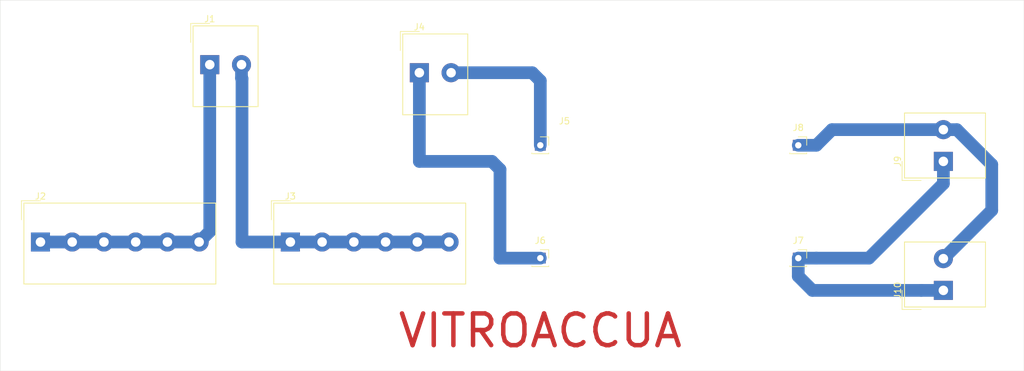
<source format=kicad_pcb>
(kicad_pcb (version 20171130) (host pcbnew "(5.1.5)-1")

  (general
    (thickness 1.6)
    (drawings 5)
    (tracks 39)
    (zones 0)
    (modules 10)
    (nets 7)
  )

  (page A4)
  (layers
    (0 F.Cu signal)
    (31 B.Cu signal)
    (32 B.Adhes user)
    (33 F.Adhes user)
    (34 B.Paste user)
    (35 F.Paste user)
    (36 B.SilkS user)
    (37 F.SilkS user)
    (38 B.Mask user)
    (39 F.Mask user)
    (40 Dwgs.User user)
    (41 Cmts.User user)
    (42 Eco1.User user)
    (43 Eco2.User user)
    (44 Edge.Cuts user)
    (45 Margin user)
    (46 B.CrtYd user)
    (47 F.CrtYd user)
    (48 B.Fab user)
    (49 F.Fab user)
  )

  (setup
    (last_trace_width 2)
    (user_trace_width 2)
    (user_trace_width 3)
    (user_trace_width 5)
    (trace_clearance 0.2)
    (zone_clearance 0.508)
    (zone_45_only no)
    (trace_min 0.2)
    (via_size 0.8)
    (via_drill 0.4)
    (via_min_size 0.4)
    (via_min_drill 0.3)
    (uvia_size 0.3)
    (uvia_drill 0.1)
    (uvias_allowed no)
    (uvia_min_size 0.2)
    (uvia_min_drill 0.1)
    (edge_width 0.05)
    (segment_width 0.2)
    (pcb_text_width 0.3)
    (pcb_text_size 1.5 1.5)
    (mod_edge_width 0.12)
    (mod_text_size 1 1)
    (mod_text_width 0.15)
    (pad_size 1.524 1.524)
    (pad_drill 0.762)
    (pad_to_mask_clearance 0.051)
    (solder_mask_min_width 0.25)
    (aux_axis_origin 0 0)
    (visible_elements 7FFFFFFF)
    (pcbplotparams
      (layerselection 0x3ffff_ffffffff)
      (usegerberextensions false)
      (usegerberattributes false)
      (usegerberadvancedattributes false)
      (creategerberjobfile false)
      (excludeedgelayer true)
      (linewidth 0.100000)
      (plotframeref false)
      (viasonmask false)
      (mode 1)
      (useauxorigin false)
      (hpglpennumber 1)
      (hpglpenspeed 20)
      (hpglpendiameter 15.000000)
      (psnegative false)
      (psa4output false)
      (plotreference true)
      (plotvalue true)
      (plotinvisibletext false)
      (padsonsilk false)
      (subtractmaskfromsilk false)
      (outputformat 1)
      (mirror false)
      (drillshape 0)
      (scaleselection 1)
      (outputdirectory "../ArchivosGerber_ConexionesPotencia/"))
  )

  (net 0 "")
  (net 1 "Net-(J1-Pad1)")
  (net 2 "Net-(J1-Pad2)")
  (net 3 "Net-(J4-Pad1)")
  (net 4 "Net-(J4-Pad2)")
  (net 5 "Net-(J10-Pad1)")
  (net 6 "Net-(J10-Pad2)")

  (net_class Default "Esta es la clase de red por defecto."
    (clearance 0.2)
    (trace_width 0.25)
    (via_dia 0.8)
    (via_drill 0.4)
    (uvia_dia 0.3)
    (uvia_drill 0.1)
    (add_net "Net-(J1-Pad1)")
    (add_net "Net-(J1-Pad2)")
    (add_net "Net-(J10-Pad1)")
    (add_net "Net-(J10-Pad2)")
    (add_net "Net-(J4-Pad1)")
    (add_net "Net-(J4-Pad2)")
  )

  (module TerminalBlock_Altech:Altech_AK300_1x02_P5.00mm_45-Degree (layer F.Cu) (tedit 5C27907F) (tstamp 5D5CAA0A)
    (at 88.9 73.66)
    (descr "Altech AK300 serie terminal block (Script generated with StandardBox.py) (http://www.altechcorp.com/PDFS/PCBMETRC.PDF)")
    (tags "Altech AK300 serie connector")
    (path /5D5C9675)
    (fp_text reference J1 (at 0 -7.2) (layer F.SilkS)
      (effects (font (size 1 1) (thickness 0.15)))
    )
    (fp_text value "Entrada 12 Voltios" (at 2.5 7.5) (layer F.Fab)
      (effects (font (size 1 1) (thickness 0.15)))
    )
    (fp_line (start -2 -6) (end 7.5 -6) (layer F.Fab) (width 0.1))
    (fp_line (start 7.5 -6) (end 7.5 6.5) (layer F.Fab) (width 0.1))
    (fp_line (start 7.5 6.5) (end -2.5 6.5) (layer F.Fab) (width 0.1))
    (fp_line (start -2.5 6.5) (end -2.5 -5.5) (layer F.Fab) (width 0.1))
    (fp_line (start -2.5 -5.5) (end -2 -6) (layer F.Fab) (width 0.1))
    (fp_line (start -3 -3.5) (end -3 -6.5) (layer F.SilkS) (width 0.12))
    (fp_line (start -3 -6.5) (end 0 -6.5) (layer F.SilkS) (width 0.12))
    (fp_line (start -2.62 -6.12) (end 7.62 -6.12) (layer F.SilkS) (width 0.12))
    (fp_line (start 7.62 -6.12) (end 7.62 6.62) (layer F.SilkS) (width 0.12))
    (fp_line (start -2.62 6.62) (end 7.62 6.62) (layer F.SilkS) (width 0.12))
    (fp_line (start -2.62 -6.12) (end -2.62 6.62) (layer F.SilkS) (width 0.12))
    (fp_line (start -2.62 -6.12) (end 7.62 -6.12) (layer F.SilkS) (width 0.12))
    (fp_line (start 7.62 -6.12) (end 7.62 6.62) (layer F.SilkS) (width 0.12))
    (fp_line (start -2.62 6.62) (end 7.62 6.62) (layer F.SilkS) (width 0.12))
    (fp_line (start -2.62 -6.12) (end -2.62 6.62) (layer F.SilkS) (width 0.12))
    (fp_line (start -2.75 -6.25) (end 7.75 -6.25) (layer F.CrtYd) (width 0.05))
    (fp_line (start 7.75 -6.25) (end 7.75 6.75) (layer F.CrtYd) (width 0.05))
    (fp_line (start -2.75 6.75) (end 7.75 6.75) (layer F.CrtYd) (width 0.05))
    (fp_line (start -2.75 -6.25) (end -2.75 6.75) (layer F.CrtYd) (width 0.05))
    (fp_text user %R (at 2.5 0.25) (layer F.Fab)
      (effects (font (size 1 1) (thickness 0.15)))
    )
    (pad 1 thru_hole rect (at 0 0) (size 3 3) (drill 1.5) (layers *.Cu *.Mask)
      (net 1 "Net-(J1-Pad1)"))
    (pad 2 thru_hole circle (at 5 0) (size 3 3) (drill 1.5) (layers *.Cu *.Mask)
      (net 2 "Net-(J1-Pad2)"))
    (model ${KISYS3DMOD}/TerminalBlock_Altech.3dshapes/Altech_AK300_1x02_P5.00mm_45-Degree.wrl
      (at (xyz 0 0 0))
      (scale (xyz 1 1 1))
      (rotate (xyz 0 0 0))
    )
  )

  (module TerminalBlock_Altech:Altech_AK300_1x06_P5.00mm_45-Degree (layer F.Cu) (tedit 5C27907F) (tstamp 5D5CAA28)
    (at 62.23 101.6)
    (descr "Altech AK300 serie terminal block (Script generated with StandardBox.py) (http://www.altechcorp.com/PDFS/PCBMETRC.PDF)")
    (tags "Altech AK300 serie connector")
    (path /5D5C4727)
    (fp_text reference J2 (at 0 -7.2) (layer F.SilkS)
      (effects (font (size 1 1) (thickness 0.15)))
    )
    (fp_text value "+12 Voltios" (at 12.5 7.5) (layer F.Fab)
      (effects (font (size 1 1) (thickness 0.15)))
    )
    (fp_line (start -2 -6) (end 27.5 -6) (layer F.Fab) (width 0.1))
    (fp_line (start 27.5 -6) (end 27.5 6.5) (layer F.Fab) (width 0.1))
    (fp_line (start 27.5 6.5) (end -2.5 6.5) (layer F.Fab) (width 0.1))
    (fp_line (start -2.5 6.5) (end -2.5 -5.5) (layer F.Fab) (width 0.1))
    (fp_line (start -2.5 -5.5) (end -2 -6) (layer F.Fab) (width 0.1))
    (fp_line (start -3 -3.5) (end -3 -6.5) (layer F.SilkS) (width 0.12))
    (fp_line (start -3 -6.5) (end 0 -6.5) (layer F.SilkS) (width 0.12))
    (fp_line (start -2.62 -6.12) (end 27.62 -6.12) (layer F.SilkS) (width 0.12))
    (fp_line (start 27.62 -6.12) (end 27.62 6.62) (layer F.SilkS) (width 0.12))
    (fp_line (start -2.62 6.62) (end 27.62 6.62) (layer F.SilkS) (width 0.12))
    (fp_line (start -2.62 -6.12) (end -2.62 6.62) (layer F.SilkS) (width 0.12))
    (fp_line (start -2.62 -6.12) (end 27.62 -6.12) (layer F.SilkS) (width 0.12))
    (fp_line (start 27.62 -6.12) (end 27.62 6.62) (layer F.SilkS) (width 0.12))
    (fp_line (start -2.62 6.62) (end 27.62 6.62) (layer F.SilkS) (width 0.12))
    (fp_line (start -2.62 -6.12) (end -2.62 6.62) (layer F.SilkS) (width 0.12))
    (fp_line (start -2.75 -6.25) (end 27.75 -6.25) (layer F.CrtYd) (width 0.05))
    (fp_line (start 27.75 -6.25) (end 27.75 6.75) (layer F.CrtYd) (width 0.05))
    (fp_line (start -2.75 6.75) (end 27.75 6.75) (layer F.CrtYd) (width 0.05))
    (fp_line (start -2.75 -6.25) (end -2.75 6.75) (layer F.CrtYd) (width 0.05))
    (fp_text user %R (at 12.5 0.25) (layer F.Fab)
      (effects (font (size 1 1) (thickness 0.15)))
    )
    (pad 1 thru_hole rect (at 0 0) (size 3 3) (drill 1.5) (layers *.Cu *.Mask)
      (net 1 "Net-(J1-Pad1)"))
    (pad 2 thru_hole circle (at 5 0) (size 3 3) (drill 1.5) (layers *.Cu *.Mask)
      (net 1 "Net-(J1-Pad1)"))
    (pad 3 thru_hole circle (at 10 0) (size 3 3) (drill 1.5) (layers *.Cu *.Mask)
      (net 1 "Net-(J1-Pad1)"))
    (pad 4 thru_hole circle (at 15 0) (size 3 3) (drill 1.5) (layers *.Cu *.Mask)
      (net 1 "Net-(J1-Pad1)"))
    (pad 5 thru_hole circle (at 20 0) (size 3 3) (drill 1.5) (layers *.Cu *.Mask)
      (net 1 "Net-(J1-Pad1)"))
    (pad 6 thru_hole circle (at 25 0) (size 3 3) (drill 1.5) (layers *.Cu *.Mask)
      (net 1 "Net-(J1-Pad1)"))
    (model ${KISYS3DMOD}/TerminalBlock_Altech.3dshapes/Altech_AK300_1x06_P5.00mm_45-Degree.wrl
      (at (xyz 0 0 0))
      (scale (xyz 1 1 1))
      (rotate (xyz 0 0 0))
    )
  )

  (module TerminalBlock_Altech:Altech_AK300_1x06_P5.00mm_45-Degree (layer F.Cu) (tedit 5C27907F) (tstamp 5D5CAA46)
    (at 101.6 101.6)
    (descr "Altech AK300 serie terminal block (Script generated with StandardBox.py) (http://www.altechcorp.com/PDFS/PCBMETRC.PDF)")
    (tags "Altech AK300 serie connector")
    (path /5D5C9F72)
    (fp_text reference J3 (at 0 -7.2) (layer F.SilkS)
      (effects (font (size 1 1) (thickness 0.15)))
    )
    (fp_text value "GND Tierra de los 12 Voltios" (at 12.5 7.5) (layer F.Fab)
      (effects (font (size 1 1) (thickness 0.15)))
    )
    (fp_text user %R (at 12.5 0.25) (layer F.Fab)
      (effects (font (size 1 1) (thickness 0.15)))
    )
    (fp_line (start -2.75 -6.25) (end -2.75 6.75) (layer F.CrtYd) (width 0.05))
    (fp_line (start -2.75 6.75) (end 27.75 6.75) (layer F.CrtYd) (width 0.05))
    (fp_line (start 27.75 -6.25) (end 27.75 6.75) (layer F.CrtYd) (width 0.05))
    (fp_line (start -2.75 -6.25) (end 27.75 -6.25) (layer F.CrtYd) (width 0.05))
    (fp_line (start -2.62 -6.12) (end -2.62 6.62) (layer F.SilkS) (width 0.12))
    (fp_line (start -2.62 6.62) (end 27.62 6.62) (layer F.SilkS) (width 0.12))
    (fp_line (start 27.62 -6.12) (end 27.62 6.62) (layer F.SilkS) (width 0.12))
    (fp_line (start -2.62 -6.12) (end 27.62 -6.12) (layer F.SilkS) (width 0.12))
    (fp_line (start -2.62 -6.12) (end -2.62 6.62) (layer F.SilkS) (width 0.12))
    (fp_line (start -2.62 6.62) (end 27.62 6.62) (layer F.SilkS) (width 0.12))
    (fp_line (start 27.62 -6.12) (end 27.62 6.62) (layer F.SilkS) (width 0.12))
    (fp_line (start -2.62 -6.12) (end 27.62 -6.12) (layer F.SilkS) (width 0.12))
    (fp_line (start -3 -6.5) (end 0 -6.5) (layer F.SilkS) (width 0.12))
    (fp_line (start -3 -3.5) (end -3 -6.5) (layer F.SilkS) (width 0.12))
    (fp_line (start -2.5 -5.5) (end -2 -6) (layer F.Fab) (width 0.1))
    (fp_line (start -2.5 6.5) (end -2.5 -5.5) (layer F.Fab) (width 0.1))
    (fp_line (start 27.5 6.5) (end -2.5 6.5) (layer F.Fab) (width 0.1))
    (fp_line (start 27.5 -6) (end 27.5 6.5) (layer F.Fab) (width 0.1))
    (fp_line (start -2 -6) (end 27.5 -6) (layer F.Fab) (width 0.1))
    (pad 6 thru_hole circle (at 25 0) (size 3 3) (drill 1.5) (layers *.Cu *.Mask)
      (net 2 "Net-(J1-Pad2)"))
    (pad 5 thru_hole circle (at 20 0) (size 3 3) (drill 1.5) (layers *.Cu *.Mask)
      (net 2 "Net-(J1-Pad2)"))
    (pad 4 thru_hole circle (at 15 0) (size 3 3) (drill 1.5) (layers *.Cu *.Mask)
      (net 2 "Net-(J1-Pad2)"))
    (pad 3 thru_hole circle (at 10 0) (size 3 3) (drill 1.5) (layers *.Cu *.Mask)
      (net 2 "Net-(J1-Pad2)"))
    (pad 2 thru_hole circle (at 5 0) (size 3 3) (drill 1.5) (layers *.Cu *.Mask)
      (net 2 "Net-(J1-Pad2)"))
    (pad 1 thru_hole rect (at 0 0) (size 3 3) (drill 1.5) (layers *.Cu *.Mask)
      (net 2 "Net-(J1-Pad2)"))
    (model ${KISYS3DMOD}/TerminalBlock_Altech.3dshapes/Altech_AK300_1x06_P5.00mm_45-Degree.wrl
      (at (xyz 0 0 0))
      (scale (xyz 1 1 1))
      (rotate (xyz 0 0 0))
    )
  )

  (module TerminalBlock_Altech:Altech_AK300_1x02_P5.00mm_45-Degree (layer F.Cu) (tedit 5C27907F) (tstamp 5D5CB216)
    (at 121.92 74.93)
    (descr "Altech AK300 serie terminal block (Script generated with StandardBox.py) (http://www.altechcorp.com/PDFS/PCBMETRC.PDF)")
    (tags "Altech AK300 serie connector")
    (path /5D5C5B19)
    (fp_text reference J4 (at 0 -7.2) (layer F.SilkS)
      (effects (font (size 1 1) (thickness 0.15)))
    )
    (fp_text value "Entrada 12 Voltios" (at 2.5 7.5) (layer F.Fab)
      (effects (font (size 1 1) (thickness 0.15)))
    )
    (fp_line (start -2 -6) (end 7.5 -6) (layer F.Fab) (width 0.1))
    (fp_line (start 7.5 -6) (end 7.5 6.5) (layer F.Fab) (width 0.1))
    (fp_line (start 7.5 6.5) (end -2.5 6.5) (layer F.Fab) (width 0.1))
    (fp_line (start -2.5 6.5) (end -2.5 -5.5) (layer F.Fab) (width 0.1))
    (fp_line (start -2.5 -5.5) (end -2 -6) (layer F.Fab) (width 0.1))
    (fp_line (start -3 -3.5) (end -3 -6.5) (layer F.SilkS) (width 0.12))
    (fp_line (start -3 -6.5) (end 0 -6.5) (layer F.SilkS) (width 0.12))
    (fp_line (start -2.62 -6.12) (end 7.62 -6.12) (layer F.SilkS) (width 0.12))
    (fp_line (start 7.62 -6.12) (end 7.62 6.62) (layer F.SilkS) (width 0.12))
    (fp_line (start -2.62 6.62) (end 7.62 6.62) (layer F.SilkS) (width 0.12))
    (fp_line (start -2.62 -6.12) (end -2.62 6.62) (layer F.SilkS) (width 0.12))
    (fp_line (start -2.62 -6.12) (end 7.62 -6.12) (layer F.SilkS) (width 0.12))
    (fp_line (start 7.62 -6.12) (end 7.62 6.62) (layer F.SilkS) (width 0.12))
    (fp_line (start -2.62 6.62) (end 7.62 6.62) (layer F.SilkS) (width 0.12))
    (fp_line (start -2.62 -6.12) (end -2.62 6.62) (layer F.SilkS) (width 0.12))
    (fp_line (start -2.75 -6.25) (end 7.75 -6.25) (layer F.CrtYd) (width 0.05))
    (fp_line (start 7.75 -6.25) (end 7.75 6.75) (layer F.CrtYd) (width 0.05))
    (fp_line (start -2.75 6.75) (end 7.75 6.75) (layer F.CrtYd) (width 0.05))
    (fp_line (start -2.75 -6.25) (end -2.75 6.75) (layer F.CrtYd) (width 0.05))
    (fp_text user %R (at 2.5 0.25) (layer F.Fab)
      (effects (font (size 1 1) (thickness 0.15)))
    )
    (pad 1 thru_hole rect (at 0 0) (size 3 3) (drill 1.5) (layers *.Cu *.Mask)
      (net 3 "Net-(J4-Pad1)"))
    (pad 2 thru_hole circle (at 5 0) (size 3 3) (drill 1.5) (layers *.Cu *.Mask)
      (net 4 "Net-(J4-Pad2)"))
    (model ${KISYS3DMOD}/TerminalBlock_Altech.3dshapes/Altech_AK300_1x02_P5.00mm_45-Degree.wrl
      (at (xyz 0 0 0))
      (scale (xyz 1 1 1))
      (rotate (xyz 0 0 0))
    )
  )

  (module Connector_PinSocket_2.54mm:PinSocket_1x01_P2.54mm_Vertical (layer F.Cu) (tedit 5A19A434) (tstamp 5D5CAA74)
    (at 140.97 86.36)
    (descr "Through hole straight socket strip, 1x01, 2.54mm pitch, single row (from Kicad 4.0.7), script generated")
    (tags "Through hole socket strip THT 1x01 2.54mm single row")
    (path /5D5C8209)
    (fp_text reference J5 (at 3.81 -3.81) (layer F.SilkS)
      (effects (font (size 1 1) (thickness 0.15)))
    )
    (fp_text value "Vin +" (at 3.81 0 270) (layer F.Fab)
      (effects (font (size 1 1) (thickness 0.15)))
    )
    (fp_line (start -1.27 -1.27) (end 0.635 -1.27) (layer F.Fab) (width 0.1))
    (fp_line (start 0.635 -1.27) (end 1.27 -0.635) (layer F.Fab) (width 0.1))
    (fp_line (start 1.27 -0.635) (end 1.27 1.27) (layer F.Fab) (width 0.1))
    (fp_line (start 1.27 1.27) (end -1.27 1.27) (layer F.Fab) (width 0.1))
    (fp_line (start -1.27 1.27) (end -1.27 -1.27) (layer F.Fab) (width 0.1))
    (fp_line (start -1.33 1.33) (end 1.33 1.33) (layer F.SilkS) (width 0.12))
    (fp_line (start -1.33 1.21) (end -1.33 1.33) (layer F.SilkS) (width 0.12))
    (fp_line (start 1.33 1.21) (end 1.33 1.33) (layer F.SilkS) (width 0.12))
    (fp_line (start 1.33 -1.33) (end 1.33 0) (layer F.SilkS) (width 0.12))
    (fp_line (start 0 -1.33) (end 1.33 -1.33) (layer F.SilkS) (width 0.12))
    (fp_line (start -1.8 -1.8) (end 1.75 -1.8) (layer F.CrtYd) (width 0.05))
    (fp_line (start 1.75 -1.8) (end 1.75 1.75) (layer F.CrtYd) (width 0.05))
    (fp_line (start 1.75 1.75) (end -1.8 1.75) (layer F.CrtYd) (width 0.05))
    (fp_line (start -1.8 1.75) (end -1.8 -1.8) (layer F.CrtYd) (width 0.05))
    (fp_text user %R (at 0 0) (layer F.Fab)
      (effects (font (size 1 1) (thickness 0.15)))
    )
    (pad 1 thru_hole rect (at 0 0) (size 1.7 1.7) (drill 1) (layers *.Cu *.Mask)
      (net 4 "Net-(J4-Pad2)"))
    (model ${KISYS3DMOD}/Connector_PinSocket_2.54mm.3dshapes/PinSocket_1x01_P2.54mm_Vertical.wrl
      (at (xyz 0 0 0))
      (scale (xyz 1 1 1))
      (rotate (xyz 0 0 0))
    )
  )

  (module Connector_PinSocket_2.54mm:PinSocket_1x01_P2.54mm_Vertical (layer F.Cu) (tedit 5A19A434) (tstamp 5D5CAA88)
    (at 140.97 104.14)
    (descr "Through hole straight socket strip, 1x01, 2.54mm pitch, single row (from Kicad 4.0.7), script generated")
    (tags "Through hole socket strip THT 1x01 2.54mm single row")
    (path /5D5C8737)
    (fp_text reference J6 (at 0 -2.77) (layer F.SilkS)
      (effects (font (size 1 1) (thickness 0.15)))
    )
    (fp_text value "Vin -" (at 3.81 0 90) (layer F.Fab)
      (effects (font (size 1 1) (thickness 0.15)))
    )
    (fp_text user %R (at 0 0) (layer F.Fab)
      (effects (font (size 1 1) (thickness 0.15)))
    )
    (fp_line (start -1.8 1.75) (end -1.8 -1.8) (layer F.CrtYd) (width 0.05))
    (fp_line (start 1.75 1.75) (end -1.8 1.75) (layer F.CrtYd) (width 0.05))
    (fp_line (start 1.75 -1.8) (end 1.75 1.75) (layer F.CrtYd) (width 0.05))
    (fp_line (start -1.8 -1.8) (end 1.75 -1.8) (layer F.CrtYd) (width 0.05))
    (fp_line (start 0 -1.33) (end 1.33 -1.33) (layer F.SilkS) (width 0.12))
    (fp_line (start 1.33 -1.33) (end 1.33 0) (layer F.SilkS) (width 0.12))
    (fp_line (start 1.33 1.21) (end 1.33 1.33) (layer F.SilkS) (width 0.12))
    (fp_line (start -1.33 1.21) (end -1.33 1.33) (layer F.SilkS) (width 0.12))
    (fp_line (start -1.33 1.33) (end 1.33 1.33) (layer F.SilkS) (width 0.12))
    (fp_line (start -1.27 1.27) (end -1.27 -1.27) (layer F.Fab) (width 0.1))
    (fp_line (start 1.27 1.27) (end -1.27 1.27) (layer F.Fab) (width 0.1))
    (fp_line (start 1.27 -0.635) (end 1.27 1.27) (layer F.Fab) (width 0.1))
    (fp_line (start 0.635 -1.27) (end 1.27 -0.635) (layer F.Fab) (width 0.1))
    (fp_line (start -1.27 -1.27) (end 0.635 -1.27) (layer F.Fab) (width 0.1))
    (pad 1 thru_hole rect (at 0 0) (size 1.7 1.7) (drill 1) (layers *.Cu *.Mask)
      (net 3 "Net-(J4-Pad1)"))
    (model ${KISYS3DMOD}/Connector_PinSocket_2.54mm.3dshapes/PinSocket_1x01_P2.54mm_Vertical.wrl
      (at (xyz 0 0 0))
      (scale (xyz 1 1 1))
      (rotate (xyz 0 0 0))
    )
  )

  (module Connector_PinSocket_2.54mm:PinSocket_1x01_P2.54mm_Vertical (layer F.Cu) (tedit 5A19A434) (tstamp 5D5CAA9C)
    (at 181.61 104.14)
    (descr "Through hole straight socket strip, 1x01, 2.54mm pitch, single row (from Kicad 4.0.7), script generated")
    (tags "Through hole socket strip THT 1x01 2.54mm single row")
    (path /5D5C8BDB)
    (fp_text reference J7 (at 0 -2.77) (layer F.SilkS)
      (effects (font (size 1 1) (thickness 0.15)))
    )
    (fp_text value "Vout -" (at 5.08 0 90) (layer F.Fab)
      (effects (font (size 1 1) (thickness 0.15)))
    )
    (fp_line (start -1.27 -1.27) (end 0.635 -1.27) (layer F.Fab) (width 0.1))
    (fp_line (start 0.635 -1.27) (end 1.27 -0.635) (layer F.Fab) (width 0.1))
    (fp_line (start 1.27 -0.635) (end 1.27 1.27) (layer F.Fab) (width 0.1))
    (fp_line (start 1.27 1.27) (end -1.27 1.27) (layer F.Fab) (width 0.1))
    (fp_line (start -1.27 1.27) (end -1.27 -1.27) (layer F.Fab) (width 0.1))
    (fp_line (start -1.33 1.33) (end 1.33 1.33) (layer F.SilkS) (width 0.12))
    (fp_line (start -1.33 1.21) (end -1.33 1.33) (layer F.SilkS) (width 0.12))
    (fp_line (start 1.33 1.21) (end 1.33 1.33) (layer F.SilkS) (width 0.12))
    (fp_line (start 1.33 -1.33) (end 1.33 0) (layer F.SilkS) (width 0.12))
    (fp_line (start 0 -1.33) (end 1.33 -1.33) (layer F.SilkS) (width 0.12))
    (fp_line (start -1.8 -1.8) (end 1.75 -1.8) (layer F.CrtYd) (width 0.05))
    (fp_line (start 1.75 -1.8) (end 1.75 1.75) (layer F.CrtYd) (width 0.05))
    (fp_line (start 1.75 1.75) (end -1.8 1.75) (layer F.CrtYd) (width 0.05))
    (fp_line (start -1.8 1.75) (end -1.8 -1.8) (layer F.CrtYd) (width 0.05))
    (fp_text user %R (at 0 0) (layer F.Fab)
      (effects (font (size 1 1) (thickness 0.15)))
    )
    (pad 1 thru_hole rect (at 0 0) (size 1.7 1.7) (drill 1) (layers *.Cu *.Mask)
      (net 5 "Net-(J10-Pad1)"))
    (model ${KISYS3DMOD}/Connector_PinSocket_2.54mm.3dshapes/PinSocket_1x01_P2.54mm_Vertical.wrl
      (at (xyz 0 0 0))
      (scale (xyz 1 1 1))
      (rotate (xyz 0 0 0))
    )
  )

  (module Connector_PinSocket_2.54mm:PinSocket_1x01_P2.54mm_Vertical (layer F.Cu) (tedit 5A19A434) (tstamp 5D5CAAB0)
    (at 181.61 86.36)
    (descr "Through hole straight socket strip, 1x01, 2.54mm pitch, single row (from Kicad 4.0.7), script generated")
    (tags "Through hole socket strip THT 1x01 2.54mm single row")
    (path /5D5C90E7)
    (fp_text reference J8 (at 0 -2.77) (layer F.SilkS)
      (effects (font (size 1 1) (thickness 0.15)))
    )
    (fp_text value "Vout +" (at 3.81 0 90) (layer F.Fab)
      (effects (font (size 1 1) (thickness 0.15)))
    )
    (fp_text user %R (at 0 0) (layer F.Fab)
      (effects (font (size 1 1) (thickness 0.15)))
    )
    (fp_line (start -1.8 1.75) (end -1.8 -1.8) (layer F.CrtYd) (width 0.05))
    (fp_line (start 1.75 1.75) (end -1.8 1.75) (layer F.CrtYd) (width 0.05))
    (fp_line (start 1.75 -1.8) (end 1.75 1.75) (layer F.CrtYd) (width 0.05))
    (fp_line (start -1.8 -1.8) (end 1.75 -1.8) (layer F.CrtYd) (width 0.05))
    (fp_line (start 0 -1.33) (end 1.33 -1.33) (layer F.SilkS) (width 0.12))
    (fp_line (start 1.33 -1.33) (end 1.33 0) (layer F.SilkS) (width 0.12))
    (fp_line (start 1.33 1.21) (end 1.33 1.33) (layer F.SilkS) (width 0.12))
    (fp_line (start -1.33 1.21) (end -1.33 1.33) (layer F.SilkS) (width 0.12))
    (fp_line (start -1.33 1.33) (end 1.33 1.33) (layer F.SilkS) (width 0.12))
    (fp_line (start -1.27 1.27) (end -1.27 -1.27) (layer F.Fab) (width 0.1))
    (fp_line (start 1.27 1.27) (end -1.27 1.27) (layer F.Fab) (width 0.1))
    (fp_line (start 1.27 -0.635) (end 1.27 1.27) (layer F.Fab) (width 0.1))
    (fp_line (start 0.635 -1.27) (end 1.27 -0.635) (layer F.Fab) (width 0.1))
    (fp_line (start -1.27 -1.27) (end 0.635 -1.27) (layer F.Fab) (width 0.1))
    (pad 1 thru_hole rect (at 0 0) (size 1.7 1.7) (drill 1) (layers *.Cu *.Mask)
      (net 6 "Net-(J10-Pad2)"))
    (model ${KISYS3DMOD}/Connector_PinSocket_2.54mm.3dshapes/PinSocket_1x01_P2.54mm_Vertical.wrl
      (at (xyz 0 0 0))
      (scale (xyz 1 1 1))
      (rotate (xyz 0 0 0))
    )
  )

  (module TerminalBlock_Altech:Altech_AK300_1x02_P5.00mm_45-Degree (layer F.Cu) (tedit 5C27907F) (tstamp 5D5CB582)
    (at 204.47 88.9 90)
    (descr "Altech AK300 serie terminal block (Script generated with StandardBox.py) (http://www.altechcorp.com/PDFS/PCBMETRC.PDF)")
    (tags "Altech AK300 serie connector")
    (path /5D5C639C)
    (fp_text reference J9 (at 0 -7.2 90) (layer F.SilkS)
      (effects (font (size 1 1) (thickness 0.15)))
    )
    (fp_text value "Alimentación Reles 5v" (at 11.43 0 180) (layer F.Fab)
      (effects (font (size 1 1) (thickness 0.15)))
    )
    (fp_text user %R (at 2.5 0.25 90) (layer F.Fab)
      (effects (font (size 1 1) (thickness 0.15)))
    )
    (fp_line (start -2.75 -6.25) (end -2.75 6.75) (layer F.CrtYd) (width 0.05))
    (fp_line (start -2.75 6.75) (end 7.75 6.75) (layer F.CrtYd) (width 0.05))
    (fp_line (start 7.75 -6.25) (end 7.75 6.75) (layer F.CrtYd) (width 0.05))
    (fp_line (start -2.75 -6.25) (end 7.75 -6.25) (layer F.CrtYd) (width 0.05))
    (fp_line (start -2.62 -6.12) (end -2.62 6.62) (layer F.SilkS) (width 0.12))
    (fp_line (start -2.62 6.62) (end 7.62 6.62) (layer F.SilkS) (width 0.12))
    (fp_line (start 7.62 -6.12) (end 7.62 6.62) (layer F.SilkS) (width 0.12))
    (fp_line (start -2.62 -6.12) (end 7.62 -6.12) (layer F.SilkS) (width 0.12))
    (fp_line (start -2.62 -6.12) (end -2.62 6.62) (layer F.SilkS) (width 0.12))
    (fp_line (start -2.62 6.62) (end 7.62 6.62) (layer F.SilkS) (width 0.12))
    (fp_line (start 7.62 -6.12) (end 7.62 6.62) (layer F.SilkS) (width 0.12))
    (fp_line (start -2.62 -6.12) (end 7.62 -6.12) (layer F.SilkS) (width 0.12))
    (fp_line (start -3 -6.5) (end 0 -6.5) (layer F.SilkS) (width 0.12))
    (fp_line (start -3 -3.5) (end -3 -6.5) (layer F.SilkS) (width 0.12))
    (fp_line (start -2.5 -5.5) (end -2 -6) (layer F.Fab) (width 0.1))
    (fp_line (start -2.5 6.5) (end -2.5 -5.5) (layer F.Fab) (width 0.1))
    (fp_line (start 7.5 6.5) (end -2.5 6.5) (layer F.Fab) (width 0.1))
    (fp_line (start 7.5 -6) (end 7.5 6.5) (layer F.Fab) (width 0.1))
    (fp_line (start -2 -6) (end 7.5 -6) (layer F.Fab) (width 0.1))
    (pad 2 thru_hole circle (at 5 0 90) (size 3 3) (drill 1.5) (layers *.Cu *.Mask)
      (net 6 "Net-(J10-Pad2)"))
    (pad 1 thru_hole rect (at 0 0 90) (size 3 3) (drill 1.5) (layers *.Cu *.Mask)
      (net 5 "Net-(J10-Pad1)"))
    (model ${KISYS3DMOD}/TerminalBlock_Altech.3dshapes/Altech_AK300_1x02_P5.00mm_45-Degree.wrl
      (at (xyz 0 0 0))
      (scale (xyz 1 1 1))
      (rotate (xyz 0 0 0))
    )
  )

  (module TerminalBlock_Altech:Altech_AK300_1x02_P5.00mm_45-Degree (layer F.Cu) (tedit 5C27907F) (tstamp 5D5CB5CD)
    (at 204.47 109.22 90)
    (descr "Altech AK300 serie terminal block (Script generated with StandardBox.py) (http://www.altechcorp.com/PDFS/PCBMETRC.PDF)")
    (tags "Altech AK300 serie connector")
    (path /5D5DE03F)
    (fp_text reference J10 (at 0 -7.2 90) (layer F.SilkS)
      (effects (font (size 1 1) (thickness 0.15)))
    )
    (fp_text value "Alimentación Arduino 5v" (at -5.08 1.27 180) (layer F.Fab)
      (effects (font (size 1 1) (thickness 0.15)))
    )
    (fp_text user %R (at 2.5 0.25 90) (layer F.Fab)
      (effects (font (size 1 1) (thickness 0.15)))
    )
    (fp_line (start -2.75 -6.25) (end -2.75 6.75) (layer F.CrtYd) (width 0.05))
    (fp_line (start -2.75 6.75) (end 7.75 6.75) (layer F.CrtYd) (width 0.05))
    (fp_line (start 7.75 -6.25) (end 7.75 6.75) (layer F.CrtYd) (width 0.05))
    (fp_line (start -2.75 -6.25) (end 7.75 -6.25) (layer F.CrtYd) (width 0.05))
    (fp_line (start -2.62 -6.12) (end -2.62 6.62) (layer F.SilkS) (width 0.12))
    (fp_line (start -2.62 6.62) (end 7.62 6.62) (layer F.SilkS) (width 0.12))
    (fp_line (start 7.62 -6.12) (end 7.62 6.62) (layer F.SilkS) (width 0.12))
    (fp_line (start -2.62 -6.12) (end 7.62 -6.12) (layer F.SilkS) (width 0.12))
    (fp_line (start -2.62 -6.12) (end -2.62 6.62) (layer F.SilkS) (width 0.12))
    (fp_line (start -2.62 6.62) (end 7.62 6.62) (layer F.SilkS) (width 0.12))
    (fp_line (start 7.62 -6.12) (end 7.62 6.62) (layer F.SilkS) (width 0.12))
    (fp_line (start -2.62 -6.12) (end 7.62 -6.12) (layer F.SilkS) (width 0.12))
    (fp_line (start -3 -6.5) (end 0 -6.5) (layer F.SilkS) (width 0.12))
    (fp_line (start -3 -3.5) (end -3 -6.5) (layer F.SilkS) (width 0.12))
    (fp_line (start -2.5 -5.5) (end -2 -6) (layer F.Fab) (width 0.1))
    (fp_line (start -2.5 6.5) (end -2.5 -5.5) (layer F.Fab) (width 0.1))
    (fp_line (start 7.5 6.5) (end -2.5 6.5) (layer F.Fab) (width 0.1))
    (fp_line (start 7.5 -6) (end 7.5 6.5) (layer F.Fab) (width 0.1))
    (fp_line (start -2 -6) (end 7.5 -6) (layer F.Fab) (width 0.1))
    (pad 2 thru_hole circle (at 5 0 90) (size 3 3) (drill 1.5) (layers *.Cu *.Mask)
      (net 6 "Net-(J10-Pad2)"))
    (pad 1 thru_hole rect (at 0 0 90) (size 3 3) (drill 1.5) (layers *.Cu *.Mask)
      (net 5 "Net-(J10-Pad1)"))
    (model ${KISYS3DMOD}/TerminalBlock_Altech.3dshapes/Altech_AK300_1x02_P5.00mm_45-Degree.wrl
      (at (xyz 0 0 0))
      (scale (xyz 1 1 1))
      (rotate (xyz 0 0 0))
    )
  )

  (gr_line (start 55.88 121.92) (end 55.88 63.5) (layer Edge.Cuts) (width 0.05))
  (gr_line (start 217.17 121.92) (end 55.88 121.92) (layer Edge.Cuts) (width 0.05))
  (gr_line (start 217.17 63.5) (end 217.17 121.92) (layer Edge.Cuts) (width 0.05))
  (gr_text VITROACCUA (at 140.97 115.57) (layer F.Cu)
    (effects (font (size 5 5) (thickness 0.7)))
  )
  (gr_line (start 55.88 63.5) (end 217.17 63.5) (layer Edge.Cuts) (width 0.05))

  (segment (start 88.9 99.93) (end 87.23 101.6) (width 2) (layer B.Cu) (net 1))
  (segment (start 88.9 73.66) (end 88.9 99.93) (width 2) (layer B.Cu) (net 1))
  (segment (start 87.23 101.6) (end 82.23 101.6) (width 2) (layer B.Cu) (net 1))
  (segment (start 82.23 101.6) (end 77.23 101.6) (width 2) (layer B.Cu) (net 1))
  (segment (start 77.23 101.6) (end 72.23 101.6) (width 2) (layer B.Cu) (net 1))
  (segment (start 72.23 101.6) (end 67.23 101.6) (width 2) (layer B.Cu) (net 1))
  (segment (start 67.23 101.6) (end 62.23 101.6) (width 2) (layer B.Cu) (net 1))
  (segment (start 93.9 75.78132) (end 93.98 75.86132) (width 2) (layer B.Cu) (net 2))
  (segment (start 93.9 73.66) (end 93.9 75.78132) (width 2) (layer B.Cu) (net 2))
  (segment (start 93.98 75.86132) (end 93.98 101.6) (width 2) (layer B.Cu) (net 2))
  (segment (start 93.98 101.6) (end 101.6 101.6) (width 2) (layer B.Cu) (net 2))
  (segment (start 101.6 101.6) (end 105.41 101.6) (width 2) (layer B.Cu) (net 2))
  (segment (start 106.6 101.6) (end 111.6 101.6) (width 2) (layer B.Cu) (net 2))
  (segment (start 111.6 101.6) (end 116.6 101.6) (width 2) (layer B.Cu) (net 2))
  (segment (start 116.6 101.6) (end 121.6 101.6) (width 2) (layer B.Cu) (net 2))
  (segment (start 121.6 101.6) (end 126.6 101.6) (width 2) (layer B.Cu) (net 2))
  (segment (start 133.35 88.9) (end 134.62 90.17) (width 2) (layer B.Cu) (net 3))
  (segment (start 134.62 90.17) (end 134.62 104.14) (width 2) (layer B.Cu) (net 3))
  (segment (start 121.92 74.93) (end 121.92 88.9) (width 2) (layer B.Cu) (net 3))
  (segment (start 134.62 104.14) (end 140.97 104.14) (width 2) (layer B.Cu) (net 3))
  (segment (start 121.92 88.9) (end 133.35 88.9) (width 2) (layer B.Cu) (net 3))
  (segment (start 126.92 74.93) (end 139.7 74.93) (width 2) (layer B.Cu) (net 4))
  (segment (start 140.97 76.2) (end 140.97 86.36) (width 2) (layer B.Cu) (net 4))
  (segment (start 139.7 74.93) (end 140.97 76.2) (width 2) (layer B.Cu) (net 4))
  (segment (start 183.84 109.22) (end 200.97 109.22) (width 2) (layer B.Cu) (net 5))
  (segment (start 181.61 106.99) (end 183.84 109.22) (width 2) (layer B.Cu) (net 5))
  (segment (start 200.97 109.22) (end 204.47 109.22) (width 2) (layer B.Cu) (net 5))
  (segment (start 181.61 104.14) (end 181.61 106.99) (width 2) (layer B.Cu) (net 5))
  (segment (start 184.46 104.14) (end 181.61 104.14) (width 2) (layer B.Cu) (net 5))
  (segment (start 192.73 104.14) (end 184.46 104.14) (width 2) (layer B.Cu) (net 5))
  (segment (start 204.47 92.4) (end 192.73 104.14) (width 2) (layer B.Cu) (net 5))
  (segment (start 204.47 88.9) (end 204.47 92.4) (width 2) (layer B.Cu) (net 5))
  (segment (start 181.61 86.36) (end 184.46 86.36) (width 2) (layer B.Cu) (net 6))
  (segment (start 186.92 83.9) (end 204.47 83.9) (width 2) (layer B.Cu) (net 6))
  (segment (start 184.46 86.36) (end 186.92 83.9) (width 2) (layer B.Cu) (net 6))
  (segment (start 206.59132 83.9) (end 212.09 89.39868) (width 2) (layer B.Cu) (net 6))
  (segment (start 204.47 83.9) (end 206.59132 83.9) (width 2) (layer B.Cu) (net 6))
  (segment (start 212.09 96.6) (end 204.47 104.22) (width 2) (layer B.Cu) (net 6))
  (segment (start 212.09 89.39868) (end 212.09 96.6) (width 2) (layer B.Cu) (net 6))

)

</source>
